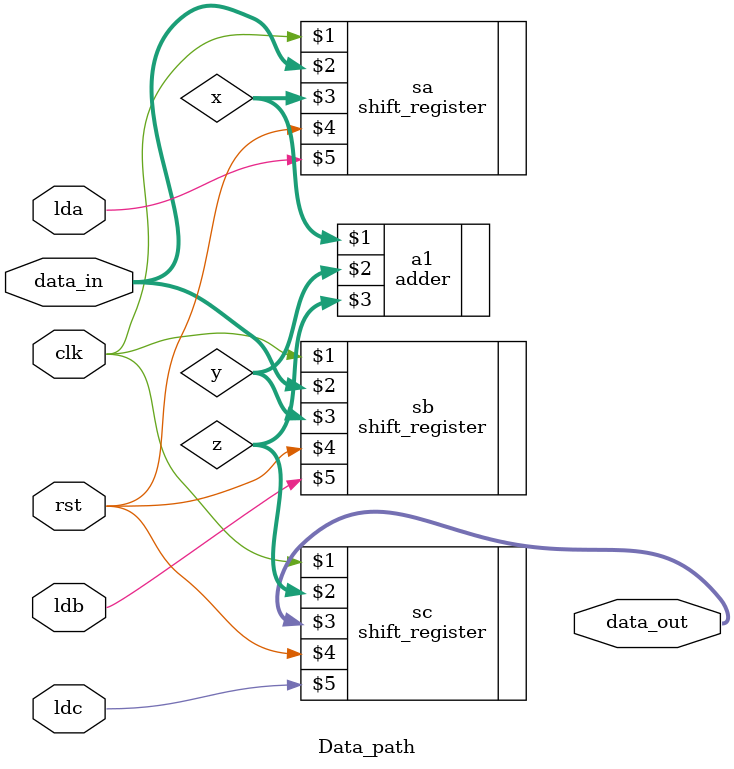
<source format=v>
module Data_path(data_in,rst,clk,lda,ldb,ldc,data_out);
input [7:0]data_in;
input clk,rst,lda,ldb,ldc;
output [7:0]data_out;
wire [7:0]x,y,z;

shift_register sa(clk,data_in,x,rst,lda);
shift_register sb(clk,data_in,y,rst,ldb);
adder a1(x,y,z);
shift_register sc(clk,z,data_out,rst,ldc);
endmodule

</source>
